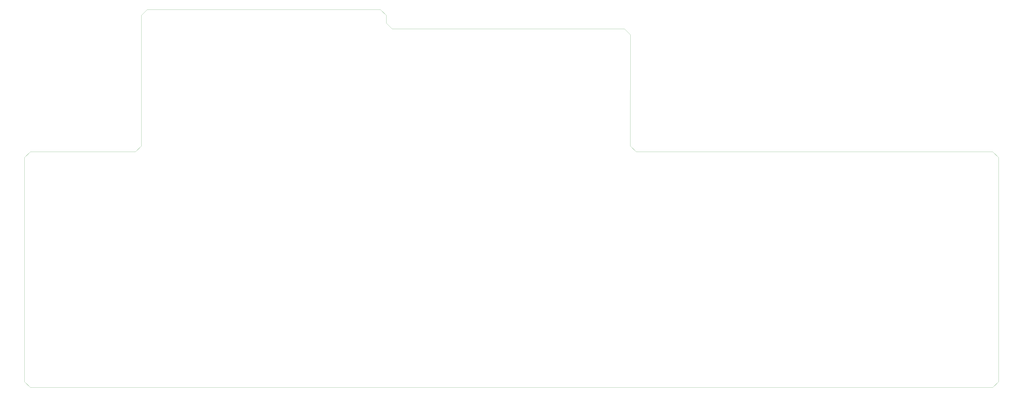
<source format=gbr>
%TF.GenerationSoftware,KiCad,Pcbnew,(5.1.9-0-10_14)*%
%TF.CreationDate,2021-02-25T21:43:52+01:00*%
%TF.ProjectId,mtf122,6d746631-3232-42e6-9b69-6361645f7063,rev?*%
%TF.SameCoordinates,PXe1237f8PYe7db780*%
%TF.FileFunction,Profile,NP*%
%FSLAX46Y46*%
G04 Gerber Fmt 4.6, Leading zero omitted, Abs format (unit mm)*
G04 Created by KiCad (PCBNEW (5.1.9-0-10_14)) date 2021-02-25 21:43:52*
%MOMM*%
%LPD*%
G01*
G04 APERTURE LIST*
%TA.AperFunction,Profile*%
%ADD10C,0.100000*%
%TD*%
G04 APERTURE END LIST*
D10*
X119255000Y126830000D02*
X122255000Y123830000D01*
X-3065000Y129830000D02*
X-65000Y126830000D01*
X-6065000Y136800000D02*
X-3065000Y133800000D01*
X122255000Y123830000D02*
X122240000Y66785000D01*
X-125760000Y136785000D02*
X-6065000Y136800000D01*
X-65000Y126830000D02*
X119255000Y126830000D01*
X-3065000Y133800000D02*
X-3065000Y129830000D01*
X-131760000Y63785000D02*
X-128760000Y66785000D01*
X125240000Y63785000D02*
X122240000Y66785000D01*
X-128760000Y133785000D02*
X-125760000Y136785000D01*
X-128760000Y133785000D02*
X-128760000Y66785000D01*
X311240000Y60785000D02*
X308240000Y63785000D01*
X-188760000Y60785000D02*
X-185760000Y63785000D01*
X308240000Y-57215000D02*
X311240000Y-54215000D01*
X-185760000Y-57215000D02*
X-188760000Y-54215000D01*
X125240000Y63785000D02*
X308240000Y63785000D01*
X-188760000Y60785000D02*
X-188760000Y-54215000D01*
X-185760000Y-57215000D02*
X308240000Y-57215000D01*
X-185760000Y63785000D02*
X-131760000Y63785000D01*
X311240000Y60785000D02*
X311240000Y-54215000D01*
M02*

</source>
